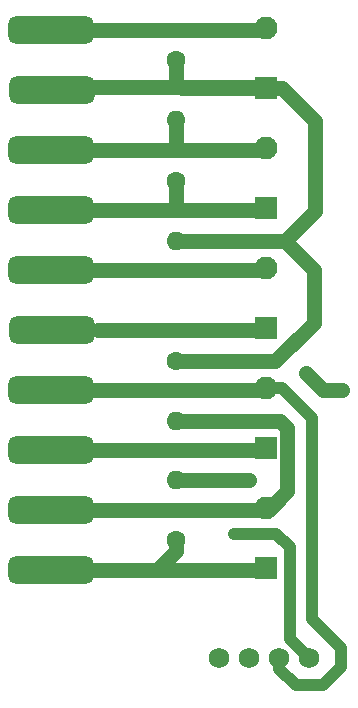
<source format=gbr>
%TF.GenerationSoftware,KiCad,Pcbnew,7.0.10*%
%TF.CreationDate,2024-07-21T08:04:53-04:00*%
%TF.ProjectId,12.1.1 - PLC Connector,31322e31-2e31-4202-9d20-504c4320436f,rev?*%
%TF.SameCoordinates,Original*%
%TF.FileFunction,Copper,L2,Bot*%
%TF.FilePolarity,Positive*%
%FSLAX46Y46*%
G04 Gerber Fmt 4.6, Leading zero omitted, Abs format (unit mm)*
G04 Created by KiCad (PCBNEW 7.0.10) date 2024-07-21 08:04:53*
%MOMM*%
%LPD*%
G01*
G04 APERTURE LIST*
G04 Aperture macros list*
%AMRoundRect*
0 Rectangle with rounded corners*
0 $1 Rounding radius*
0 $2 $3 $4 $5 $6 $7 $8 $9 X,Y pos of 4 corners*
0 Add a 4 corners polygon primitive as box body*
4,1,4,$2,$3,$4,$5,$6,$7,$8,$9,$2,$3,0*
0 Add four circle primitives for the rounded corners*
1,1,$1+$1,$2,$3*
1,1,$1+$1,$4,$5*
1,1,$1+$1,$6,$7*
1,1,$1+$1,$8,$9*
0 Add four rect primitives between the rounded corners*
20,1,$1+$1,$2,$3,$4,$5,0*
20,1,$1+$1,$4,$5,$6,$7,0*
20,1,$1+$1,$6,$7,$8,$9,0*
20,1,$1+$1,$8,$9,$2,$3,0*%
G04 Aperture macros list end*
%TA.AperFunction,SMDPad,CuDef*%
%ADD10RoundRect,0.572500X-3.045750X-0.572500X3.045750X-0.572500X3.045750X0.572500X-3.045750X0.572500X0*%
%TD*%
%TA.AperFunction,ComponentPad*%
%ADD11R,1.950000X1.950000*%
%TD*%
%TA.AperFunction,ComponentPad*%
%ADD12C,1.950000*%
%TD*%
%TA.AperFunction,ComponentPad*%
%ADD13C,1.600000*%
%TD*%
%TA.AperFunction,ComponentPad*%
%ADD14O,1.600000X1.600000*%
%TD*%
%TA.AperFunction,ComponentPad*%
%ADD15C,1.752600*%
%TD*%
%TA.AperFunction,SMDPad,CuDef*%
%ADD16RoundRect,0.572500X3.045750X0.572500X-3.045750X0.572500X-3.045750X-0.572500X3.045750X-0.572500X0*%
%TD*%
%TA.AperFunction,ViaPad*%
%ADD17C,0.800000*%
%TD*%
%TA.AperFunction,Conductor*%
%ADD18C,1.270000*%
%TD*%
%TA.AperFunction,Conductor*%
%ADD19C,1.016000*%
%TD*%
G04 APERTURE END LIST*
D10*
%TO.P,J108,1,Pin_1*%
%TO.N,Net-(J108-Pin_1)*%
X135135726Y-97805761D03*
%TD*%
D11*
%TO.P,J124,1,1*%
%TO.N,Net-(J106-Pin_1)*%
X153289000Y-107823000D03*
D12*
%TO.P,J124,2,2*%
%TO.N,Net-(J107-Pin_1)*%
X153289000Y-102743000D03*
%TD*%
D10*
%TO.P,J112,1,Pin_1*%
%TO.N,Net-(J104-Pin_1)*%
X135144119Y-118119473D03*
%TD*%
%TO.P,J105,1,Pin_1*%
%TO.N,Net-(J105-Pin_1)*%
X135135726Y-113041084D03*
%TD*%
%TO.P,J102,1,Pin_1*%
%TO.N,Net-(J102-Pin_1)*%
X135135726Y-128276415D03*
%TD*%
%TO.P,J101,1,Pin_1*%
%TO.N,M*%
X135157097Y-87647303D03*
%TD*%
%TO.P,J109,1,Pin_1*%
%TO.N,Net-(J109-Pin_1)*%
X135135726Y-92727320D03*
%TD*%
D13*
%TO.P,R104,1*%
%TO.N,M*%
X145669000Y-85140000D03*
D14*
%TO.P,R104,2*%
%TO.N,Net-(J109-Pin_1)*%
X145669000Y-90220000D03*
%TD*%
D11*
%TO.P,J122,1,1*%
%TO.N,Net-(J104-Pin_1)*%
X153289000Y-117983000D03*
D12*
%TO.P,J122,2,2*%
%TO.N,Net-(J105-Pin_1)*%
X153289000Y-112903000D03*
%TD*%
D10*
%TO.P,J103,1,Pin_1*%
%TO.N,Net-(J103-Pin_1)*%
X135135726Y-123197966D03*
%TD*%
D13*
%TO.P,R101,1*%
%TO.N,Net-(J102-Pin_1)*%
X145669000Y-125730000D03*
D14*
%TO.P,R101,2*%
%TO.N,M*%
X145669000Y-120650000D03*
%TD*%
D15*
%TO.P,J126,1,1*%
%TO.N,Net-(J107-Pin_1)*%
X149352000Y-135763000D03*
%TO.P,J126,2,2*%
%TO.N,Net-(J106-Pin_1)*%
X151892000Y-135763000D03*
%TO.P,J126,3,3*%
%TO.N,Net-(J105-Pin_1)*%
X154432000Y-135763000D03*
%TO.P,J126,4,4*%
%TO.N,Net-(J104-Pin_1)*%
X156972000Y-135763000D03*
%TD*%
D13*
%TO.P,R102,1*%
%TO.N,M*%
X145669000Y-110617000D03*
D14*
%TO.P,R102,2*%
%TO.N,Net-(J103-Pin_1)*%
X145669000Y-115697000D03*
%TD*%
D13*
%TO.P,R103,1*%
%TO.N,Net-(J108-Pin_1)*%
X145669000Y-95377000D03*
D14*
%TO.P,R103,2*%
%TO.N,M*%
X145669000Y-100457000D03*
%TD*%
D11*
%TO.P,J125,1,1*%
%TO.N,Net-(J108-Pin_1)*%
X153289000Y-97663000D03*
D12*
%TO.P,J125,2,2*%
%TO.N,Net-(J109-Pin_1)*%
X153289000Y-92583000D03*
%TD*%
D11*
%TO.P,J123,1,1*%
%TO.N,M*%
X153289000Y-87503000D03*
D12*
%TO.P,J123,2,2*%
%TO.N,Net-(J119-Pin_1)*%
X153289000Y-82423000D03*
%TD*%
D10*
%TO.P,J107,1,Pin_1*%
%TO.N,Net-(J107-Pin_1)*%
X135136410Y-102876694D03*
%TD*%
D11*
%TO.P,J118,1,1*%
%TO.N,Net-(J102-Pin_1)*%
X153289000Y-128143000D03*
D12*
%TO.P,J118,2,2*%
%TO.N,Net-(J103-Pin_1)*%
X153289000Y-123063000D03*
%TD*%
D10*
%TO.P,J114,1,Pin_1*%
%TO.N,Net-(J106-Pin_1)*%
X135154390Y-107967303D03*
%TD*%
D16*
%TO.P,J119,1,Pin_1*%
%TO.N,Net-(J119-Pin_1)*%
X135132736Y-82570977D03*
%TD*%
D17*
%TO.N,Net-(J102-Pin_1)*%
X143129000Y-128270000D03*
X140335000Y-128270000D03*
X141732000Y-128270000D03*
%TO.N,Net-(J103-Pin_1)*%
X140335000Y-123190000D03*
X143256000Y-123190000D03*
X141732000Y-123190000D03*
%TO.N,Net-(J104-Pin_1)*%
X143637000Y-118110000D03*
X140335000Y-118110000D03*
X150621900Y-125222000D03*
X142113000Y-118110000D03*
%TO.N,Net-(J105-Pin_1)*%
X142113000Y-113030000D03*
X140462000Y-113030000D03*
X143637000Y-113030000D03*
%TO.N,Net-(J106-Pin_1)*%
X156718004Y-111633000D03*
X140716000Y-107950000D03*
X159766000Y-113030000D03*
X143891000Y-107950000D03*
X142367000Y-107950000D03*
%TO.N,Net-(J107-Pin_1)*%
X140716000Y-102870000D03*
X142493998Y-102870000D03*
X144145000Y-102870000D03*
%TO.N,Net-(J108-Pin_1)*%
X142240000Y-97790000D03*
X143891000Y-97790000D03*
X140716000Y-97790000D03*
%TO.N,Net-(J109-Pin_1)*%
X144145000Y-92710000D03*
X140589000Y-92710000D03*
X142367000Y-92710000D03*
%TO.N,M*%
X153289000Y-110617000D03*
X143637000Y-87376000D03*
X150876002Y-120650000D03*
X140208000Y-87376000D03*
X152146000Y-110617000D03*
X141859000Y-87376000D03*
X151892000Y-120650000D03*
%TD*%
D18*
%TO.N,Net-(J102-Pin_1)*%
X145669000Y-126719949D02*
X144118953Y-128269996D01*
X141732000Y-128270000D02*
X143129000Y-128270000D01*
X135142141Y-128270000D02*
X140335000Y-128270000D01*
X153162000Y-128270000D02*
X153289000Y-128143000D01*
X140335000Y-128270000D02*
X141732000Y-128270000D01*
X143129000Y-128270000D02*
X153162000Y-128270000D01*
X135142145Y-128269996D02*
X135142141Y-128270000D01*
X144118953Y-128269996D02*
X135142145Y-128269996D01*
X145669000Y-125730000D02*
X145669000Y-126719949D01*
%TO.N,Net-(J103-Pin_1)*%
X145669000Y-115697000D02*
X154534289Y-115697000D01*
X155099000Y-121639712D02*
X153548712Y-123190000D01*
X155099000Y-116261711D02*
X155099000Y-121639712D01*
X135143692Y-123190000D02*
X135135726Y-123197966D01*
X140335000Y-123190000D02*
X135143692Y-123190000D01*
X143256000Y-123190000D02*
X141732000Y-123190000D01*
X141732000Y-123190000D02*
X140335000Y-123190000D01*
X153548712Y-123190000D02*
X143256000Y-123190000D01*
X154534289Y-115697000D02*
X155099000Y-116261711D01*
%TO.N,Net-(J104-Pin_1)*%
X142113000Y-118110000D02*
X140335000Y-118110000D01*
X140335000Y-118110000D02*
X135153592Y-118110000D01*
D19*
X150621900Y-125222000D02*
X154178000Y-125222000D01*
D18*
X143637000Y-118110000D02*
X142113000Y-118110000D01*
X153162000Y-118110000D02*
X143637000Y-118110000D01*
D19*
X154178000Y-125222000D02*
X155321000Y-126365000D01*
X155321000Y-134112000D02*
X156972000Y-135763000D01*
X155321000Y-126365000D02*
X155321000Y-134112000D01*
D18*
X153289000Y-117983000D02*
X153162000Y-118110000D01*
X135153592Y-118110000D02*
X135144119Y-118119473D01*
%TO.N,Net-(J105-Pin_1)*%
X142113000Y-113030000D02*
X140462000Y-113030000D01*
D19*
X157226000Y-132461000D02*
X157226000Y-115461142D01*
X158115000Y-138049000D02*
X159639000Y-136525000D01*
X159639000Y-136525000D02*
X159639000Y-134874000D01*
D18*
X153289000Y-112903000D02*
X153162000Y-113030000D01*
D19*
X154432000Y-135763000D02*
X154432000Y-136652000D01*
X159639000Y-134874000D02*
X157226000Y-132461000D01*
X157226000Y-115461142D02*
X154667858Y-112903000D01*
D18*
X143637000Y-113030000D02*
X142113000Y-113030000D01*
X153162000Y-113030000D02*
X143637000Y-113030000D01*
X140462000Y-113030000D02*
X135146810Y-113030000D01*
D19*
X155829000Y-138049000D02*
X158115000Y-138049000D01*
X154667858Y-112903000D02*
X153289000Y-112903000D01*
X154432000Y-136652000D02*
X155829000Y-138049000D01*
D18*
X135146810Y-113030000D02*
X135135726Y-113041084D01*
%TO.N,Net-(J106-Pin_1)*%
X153289000Y-107823000D02*
X153162000Y-107950000D01*
X158115004Y-113030000D02*
X156718004Y-111633000D01*
X153162000Y-107950000D02*
X143891000Y-107950000D01*
X159766000Y-113030000D02*
X158115004Y-113030000D01*
X140716000Y-107950000D02*
X139077000Y-107950000D01*
X143891000Y-107950000D02*
X142367000Y-107950000D01*
X142367000Y-107950000D02*
X140716000Y-107950000D01*
%TO.N,Net-(J107-Pin_1)*%
X142493998Y-102870000D02*
X140716000Y-102870000D01*
X135137499Y-102877783D02*
X139700000Y-102877783D01*
X153162000Y-102870000D02*
X144145000Y-102870000D01*
X153289000Y-102743000D02*
X153162000Y-102870000D01*
X140709306Y-102876694D02*
X140716000Y-102870000D01*
X144145000Y-102870000D02*
X142493998Y-102870000D01*
X135136410Y-102876694D02*
X140709306Y-102876694D01*
X135136410Y-102876694D02*
X135137499Y-102877783D01*
%TO.N,Net-(J108-Pin_1)*%
X143891000Y-97790000D02*
X153162000Y-97790000D01*
X153162000Y-97790000D02*
X153289000Y-97663000D01*
X145669000Y-95377000D02*
X145669000Y-97790000D01*
X140716000Y-97790000D02*
X140725342Y-97799342D01*
X140725342Y-97799342D02*
X142230658Y-97799342D01*
X145669000Y-97790000D02*
X142240000Y-97790000D01*
X135135726Y-97805761D02*
X135151487Y-97790000D01*
X142230658Y-97799342D02*
X142240000Y-97790000D01*
X135151487Y-97790000D02*
X143891000Y-97790000D01*
%TO.N,Net-(J109-Pin_1)*%
X135142145Y-92720901D02*
X135153046Y-92710000D01*
X140589000Y-92710000D02*
X142367000Y-92710000D01*
X145669000Y-92710000D02*
X145658099Y-92720901D01*
X142367000Y-92710000D02*
X144145000Y-92710000D01*
X135153046Y-92710000D02*
X140589000Y-92710000D01*
X144145000Y-92710000D02*
X153162000Y-92710000D01*
X145669000Y-90220000D02*
X145669000Y-92710000D01*
X153162000Y-92710000D02*
X153289000Y-92583000D01*
X145658099Y-92720901D02*
X135142145Y-92720901D01*
%TO.N,Net-(J119-Pin_1)*%
X153289000Y-82423000D02*
X153162000Y-82550000D01*
X135153713Y-82550000D02*
X135132736Y-82570977D01*
X153162000Y-82550000D02*
X135153713Y-82550000D01*
%TO.N,M*%
X145669000Y-85140000D02*
X145669000Y-86995000D01*
X153289000Y-110617000D02*
X153659000Y-110617000D01*
X157353000Y-107379000D02*
X157353000Y-102870000D01*
X157353000Y-102870000D02*
X154940000Y-100457000D01*
X157480000Y-97917000D02*
X154940000Y-100457000D01*
X152146000Y-110617000D02*
X153289000Y-110617000D01*
X152146000Y-110617000D02*
X154115000Y-110617000D01*
X157480000Y-90297000D02*
X157480000Y-97917000D01*
X145669000Y-120650000D02*
X150876002Y-120650000D01*
X145669000Y-86995000D02*
X146177000Y-87503000D01*
X141859000Y-87376000D02*
X140208000Y-87376000D01*
X154686000Y-87503000D02*
X157480000Y-90297000D01*
X154115000Y-110617000D02*
X157353000Y-107379000D01*
X153162000Y-87376000D02*
X153289000Y-87503000D01*
X140208000Y-87376000D02*
X135428400Y-87376000D01*
X143637000Y-87376000D02*
X141859000Y-87376000D01*
X135428400Y-87376000D02*
X135157097Y-87647303D01*
X153289000Y-87503000D02*
X154686000Y-87503000D01*
X143637000Y-87376000D02*
X153162000Y-87376000D01*
X146177000Y-87503000D02*
X153289000Y-87503000D01*
X151892000Y-120650000D02*
X150876002Y-120650000D01*
X154940000Y-100457000D02*
X145669000Y-100457000D01*
X145669000Y-110617000D02*
X152146000Y-110617000D01*
%TD*%
M02*

</source>
